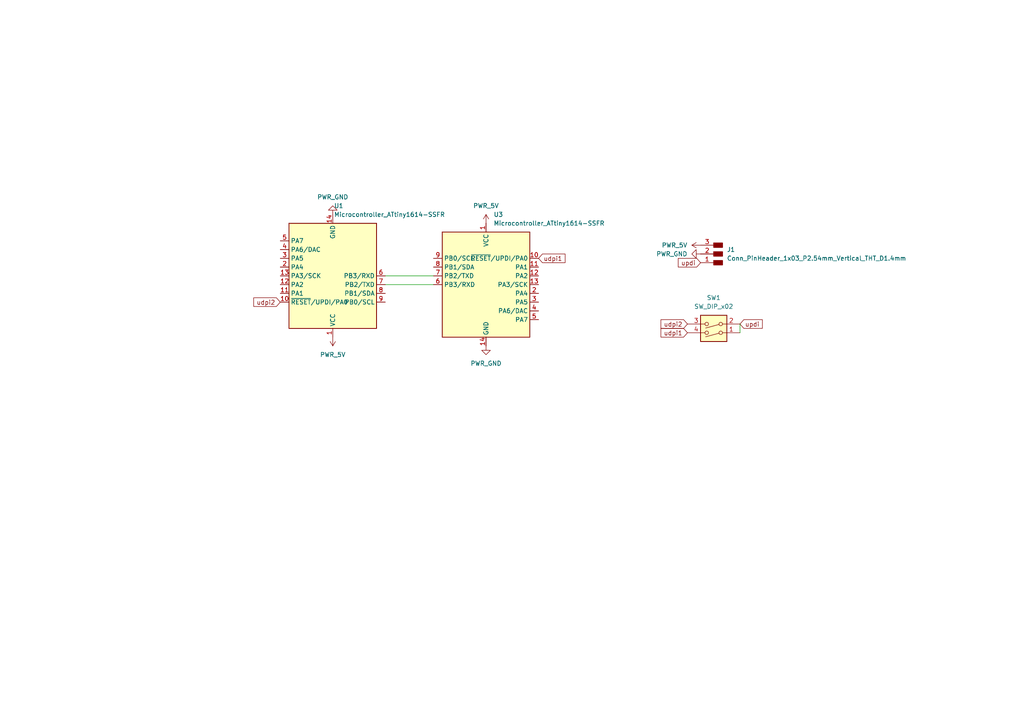
<source format=kicad_sch>
(kicad_sch (version 20230121) (generator eeschema)
  (paper "A4")
  (lib_symbols
    (symbol "Switch:SW_DIP_x02" (pin_names (offset 0) hide)
      (property "Reference" "SW" (at 0 6.35 0))
      (property "Value" "SW_DIP_x02" (at 0 -3.81 0))
      (symbol "SW_DIP_x02_0_0"
        (circle (center -2.032 0) (radius 0.508))
        (circle (center -2.032 2.54) (radius 0.508))
        (polyline (pts (xy -1.524 0.127) (xy 2.3622 1.1684)))
        (polyline (pts (xy -1.524 2.667) (xy 2.3622 3.7084)))
        (circle (center 2.032 0) (radius 0.508))
        (circle (center 2.032 2.54) (radius 0.508))
      )
      (symbol "SW_DIP_x02_0_1"
        (rectangle (start -3.81 5.08) (end 3.81 -2.54) (stroke (width 0.254)) (fill (type background)))
      )
      (symbol "SW_DIP_x02_1_1"
        (pin passive line (at -7.62 2.54 0) (length 5.08) (name "~") (number "1"))
        (pin passive line (at -7.62 0 0) (length 5.08) (name "~") (number "2"))
        (pin passive line (at 7.62 0 180) (length 5.08) (name "~") (number "3"))
        (pin passive line (at 7.62 2.54 180) (length 5.08) (name "~") (number "4"))
      )
    )
    (symbol "fab:Conn_PinHeader_1x03_P2.54mm_Vertical_THT_D1.4mm" (pin_names hide)
      (property "Reference" "J" (at 0 5.08 0))
      (property "Value" "Conn_PinHeader_1x03_P2.54mm_Vertical_THT_D1.4mm" (at 0 -5.08 0))
      (symbol "Conn_PinHeader_1x03_P2.54mm_Vertical_THT_D1.4mm_1_1"
        (rectangle (start -1.27 -1.905) (end 1.27 -3.175) (stroke (width 0.254)) (fill (type outline)))
        (rectangle (start -1.27 0.635) (end 1.27 -0.635) (stroke (width 0.254)) (fill (type outline)))
        (rectangle (start -1.27 3.175) (end 1.27 1.905) (stroke (width 0.254)) (fill (type outline)))
        (pin passive line (at 5.08 2.54 180) (length 3.81) (name "Pin_1") (number "1"))
        (pin passive line (at 5.08 0 180) (length 3.81) (name "Pin_2") (number "2"))
        (pin passive line (at 5.08 -2.54 180) (length 3.81) (name "Pin_3") (number "3"))
      )
    )
    (symbol "fab:Microcontroller_ATtiny1614-SSFR"
      (property "Reference" "U" (at -12.7 17.78 0))
      (property "Value" "Microcontroller_ATtiny1614-SSFR" (at 7.62 17.78 0))
      (symbol "Microcontroller_ATtiny1614-SSFR_0_1"
        (rectangle (start -12.7 -15.24) (end 12.7 15.24) (stroke (width 0.254)) (fill (type background)))
      )
      (symbol "Microcontroller_ATtiny1614-SSFR_1_1"
        (pin power_in line (at 0 17.78 270) (length 2.54) (name "VCC") (number "1"))
        (pin bidirectional line (at 15.24 7.62 180) (length 2.54) (name "~{RESET}/UPDI/PA0") (number "10"))
        (pin bidirectional line (at 15.24 5.08 180) (length 2.54) (name "PA1") (number "11"))
        (pin bidirectional line (at 15.24 2.54 180) (length 2.54) (name "PA2") (number "12"))
        (pin bidirectional line (at 15.24 0 180) (length 2.54) (name "PA3/SCK") (number "13"))
        (pin power_in line (at 0 -17.78 90) (length 2.54) (name "GND") (number "14"))
        (pin bidirectional line (at 15.24 -2.54 180) (length 2.54) (name "PA4") (number "2"))
        (pin bidirectional line (at 15.24 -5.08 180) (length 2.54) (name "PA5") (number "3"))
        (pin bidirectional line (at 15.24 -7.62 180) (length 2.54) (name "PA6/DAC") (number "4"))
        (pin bidirectional line (at 15.24 -10.16 180) (length 2.54) (name "PA7") (number "5"))
        (pin bidirectional line (at -15.24 0 0) (length 2.54) (name "PB3/RXD") (number "6"))
        (pin bidirectional line (at -15.24 2.54 0) (length 2.54) (name "PB2/TXD") (number "7"))
        (pin bidirectional line (at -15.24 5.08 0) (length 2.54) (name "PB1/SDA") (number "8"))
        (pin bidirectional line (at -15.24 7.62 0) (length 2.54) (name "PB0/SCL") (number "9"))
      )
    )
    (symbol "fab:PWR_5V" (power) (pin_names (offset 0))
      (property "Value" "PWR_5V" (at 0 3.556 0))
      (symbol "PWR_5V_0_1"
        (polyline (pts (xy -0.762 1.27) (xy 0 2.54)))
        (polyline (pts (xy 0 0) (xy 0 2.54)))
        (polyline (pts (xy 0 2.54) (xy 0.762 1.27)))
      )
      (symbol "PWR_5V_1_1"
        (pin power_in line (at 0 0 90) (length 0) hide (name "PWR_5V") (number "1"))
      )
    )
    (symbol "fab:PWR_GND" (power) (pin_names (offset 0))
      (property "Value" "PWR_GND" (at 0 -3.81 0))
      (symbol "PWR_GND_0_1"
        (polyline (pts (xy 0 0) (xy 0 -1.27) (xy 1.27 -1.27) (xy 0 -2.54) (xy -1.27 -1.27) (xy 0 -1.27)))
      )
      (symbol "PWR_GND_1_1"
        (pin power_in line (at 0 0 270) (length 0) hide (name "PWR_GND") (number "1"))
      )
    )
  )
  (wire (pts (xy 111.76 82.55) (xy 125.73 82.55)))
  (wire (pts (xy 214.63 93.98) (xy 214.63 96.52)))
  (wire (pts (xy 111.76 80.01) (xy 125.73 80.01)))
  (global_label "updi" (shape input) (at 203.2 76.2 180) (property "Intersheetrefs" "${INTERSHEET_REFS}" (effects hide)))
  (global_label "udpi1" (shape input) (at 156.21 74.93 0) (property "Intersheetrefs" "${INTERSHEET_REFS}" (effects hide)))
  (global_label "udpi2" (shape input) (at 199.39 93.98 180) (property "Intersheetrefs" "${INTERSHEET_REFS}" (effects hide)))
  (global_label "updi" (shape input) (at 214.63 93.98 0) (property "Intersheetrefs" "${INTERSHEET_REFS}" (effects hide)))
  (global_label "udpi1" (shape input) (at 199.39 96.52 180) (property "Intersheetrefs" "${INTERSHEET_REFS}" (effects hide)))
  (global_label "udpi2" (shape input) (at 81.28 87.63 180) (property "Intersheetrefs" "${INTERSHEET_REFS}" (effects hide)))
  (symbol (lib_id "fab:PWR_5V") (at 96.52 97.79 180) (unit 1)
    (property "Reference" "#PWR04" (effects hide))
    (property "Value" "PWR_5V" (at 96.52 102.87 0))
  )
  (symbol (lib_id "fab:Microcontroller_ATtiny1614-SSFR") (at 140.97 82.55 0) (unit 1)
    (property "Reference" "U3" (at 143.1641 62.23 0) (effects (justify left)))
    (property "Value" "Microcontroller_ATtiny1614-SSFR" (at 143.1641 64.77 0) (effects (justify left)))
    (property "Footprint" "fab:SOIC-14_3.9x8.7mm_P1.27mm" (effects hide))
    (property "Datasheet" "http://ww1.microchip.com/downloads/en/DeviceDoc/ATtiny1614-16-17-DataSheet-DS40002204A.pdf" (effects hide))
  )
  (symbol (lib_id "Switch:SW_DIP_x02") (at 207.01 93.98 180) (unit 1)
    (property "Reference" "SW1" (at 207.01 86.36 0))
    (property "Value" "SW_DIP_x02" (at 207.01 88.9 0))
    (property "Footprint" "Button_Switch_SMD:SW_DIP_SPSTx02_Slide_9.78x7.26mm_W8.61mm_P2.54mm" (effects hide))
  )
  (symbol (lib_id "fab:Microcontroller_ATtiny1614-SSFR") (at 96.52 80.01 180) (unit 1)
    (property "Reference" "U1" (at 96.8659 59.69 0) (effects (justify right)))
    (property "Value" "Microcontroller_ATtiny1614-SSFR" (at 96.8659 62.23 0) (effects (justify right)))
    (property "Footprint" "fab:SOIC-14_3.9x8.7mm_P1.27mm" (effects hide))
    (property "Datasheet" "http://ww1.microchip.com/downloads/en/DeviceDoc/ATtiny1614-16-17-DataSheet-DS40002204A.pdf" (effects hide))
  )
  (symbol (lib_id "fab:PWR_GND") (at 140.97 100.33 0) (unit 1)
    (property "Reference" "#PWR01" (effects hide))
    (property "Value" "PWR_GND" (at 140.97 105.41 0))
  )
  (symbol (lib_id "fab:PWR_5V") (at 140.97 64.77 0) (unit 1)
    (property "Reference" "#PWR03" (effects hide))
    (property "Value" "PWR_5V" (at 140.97 59.69 0))
  )
  (symbol (lib_id "fab:PWR_5V") (at 203.2 71.12 90) (unit 1)
    (property "Reference" "#PWR05" (effects hide))
    (property "Value" "PWR_5V" (at 199.39 71.12 90) (effects (justify left)))
  )
  (symbol (lib_id "fab:Conn_PinHeader_1x03_P2.54mm_Vertical_THT_D1.4mm") (at 208.28 73.66 180) (unit 1)
    (property "Reference" "J1" (at 210.82 72.39 0) (effects (justify right)))
    (property "Value" "Conn_PinHeader_1x03_P2.54mm_Vertical_THT_D1.4mm" (at 210.82 74.93 0) (effects (justify right)))
    (property "Footprint" "fab:PinHeader_1x03_P2.54mm_Vertical_THT_D1.4mm" (effects hide))
  )
  (symbol (lib_id "fab:PWR_GND") (at 96.52 62.23 180) (unit 1)
    (property "Reference" "#PWR02" (effects hide))
    (property "Value" "PWR_GND" (at 96.52 57.15 0))
  )
  (symbol (lib_id "fab:PWR_GND") (at 203.2 73.66 270) (unit 1)
    (property "Reference" "#PWR06" (effects hide))
    (property "Value" "PWR_GND" (at 199.39 73.66 90) (effects (justify right)))
  )
)
</source>
